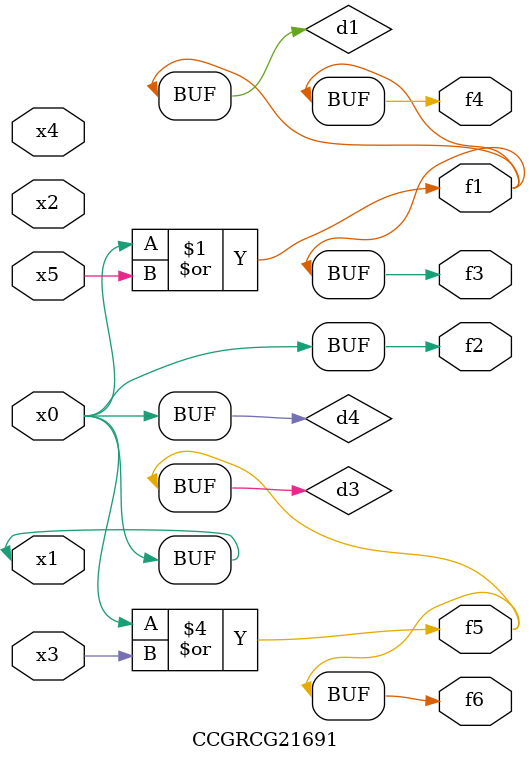
<source format=v>
module CCGRCG21691(
	input x0, x1, x2, x3, x4, x5,
	output f1, f2, f3, f4, f5, f6
);

	wire d1, d2, d3, d4;

	or (d1, x0, x5);
	xnor (d2, x1, x4);
	or (d3, x0, x3);
	buf (d4, x0, x1);
	assign f1 = d1;
	assign f2 = d4;
	assign f3 = d1;
	assign f4 = d1;
	assign f5 = d3;
	assign f6 = d3;
endmodule

</source>
